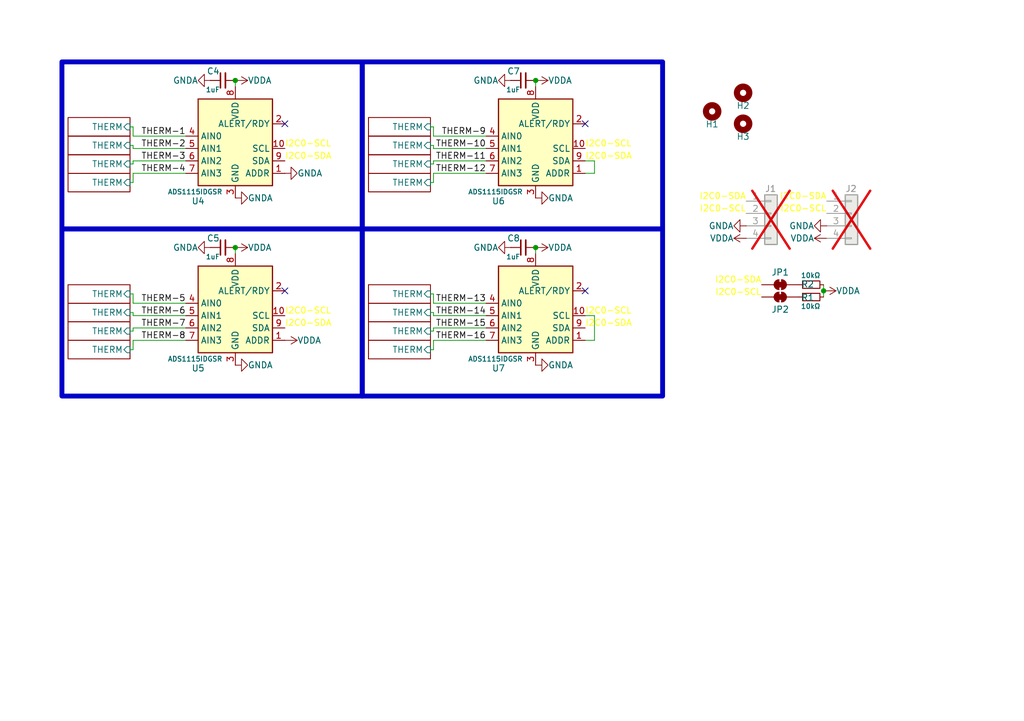
<source format=kicad_sch>
(kicad_sch (version 20231120) (generator "eeschema") (generator_version "8.0")
  (paper "A5")
  (lib_symbols
    (symbol "Analog_ADC:ADS1115IDGS"
      (property "Reference" "U" (at 2.54 13.97 0))
      (property "Value" "ADS1115IDGS" (at 7.62 11.43 0))
      (symbol "ADS1115IDGS_0_1"
        (rectangle (start -7.62 10.16) (end 7.62 -7.62) (stroke (width 0.254)) (fill (type background)))
      )
      (symbol "ADS1115IDGS_1_1"
        (pin input line (at 10.16 -5.08 180) (length 2.54) (name "ADDR") (number "1"))
        (pin input line (at 10.16 0 180) (length 2.54) (name "SCL") (number "10"))
        (pin output line (at 10.16 5.08 180) (length 2.54) (name "ALERT/RDY") (number "2"))
        (pin power_in line (at 0 -10.16 90) (length 2.54) (name "GND") (number "3"))
        (pin input line (at -10.16 2.54 0) (length 2.54) (name "AIN0") (number "4"))
        (pin input line (at -10.16 0 0) (length 2.54) (name "AIN1") (number "5"))
        (pin input line (at -10.16 -2.54 0) (length 2.54) (name "AIN2") (number "6"))
        (pin input line (at -10.16 -5.08 0) (length 2.54) (name "AIN3") (number "7"))
        (pin power_in line (at 0 12.7 270) (length 2.54) (name "VDD") (number "8"))
        (pin bidirectional line (at 10.16 -2.54 180) (length 2.54) (name "SDA") (number "9"))
      )
    )
    (symbol "Connector_Generic:Conn_01x04" (pin_names (offset 1.016) hide)
      (property "Reference" "J" (at 0 5.08 0))
      (property "Value" "Conn_01x04" (at 0 -7.62 0))
      (symbol "Conn_01x04_1_1"
        (rectangle (start -1.27 -4.953) (end 0 -5.207) (stroke (width 0.1524)))
        (rectangle (start -1.27 -2.413) (end 0 -2.667) (stroke (width 0.1524)))
        (rectangle (start -1.27 0.127) (end 0 -0.127) (stroke (width 0.1524)))
        (rectangle (start -1.27 2.667) (end 0 2.413) (stroke (width 0.1524)))
        (rectangle (start -1.27 3.81) (end 1.27 -6.35) (stroke (width 0.254)) (fill (type background)))
        (pin passive line (at -5.08 2.54 0) (length 3.81) (name "Pin_1") (number "1"))
        (pin passive line (at -5.08 0 0) (length 3.81) (name "Pin_2") (number "2"))
        (pin passive line (at -5.08 -2.54 0) (length 3.81) (name "Pin_3") (number "3"))
        (pin passive line (at -5.08 -5.08 0) (length 3.81) (name "Pin_4") (number "4"))
      )
    )
    (symbol "Device:C_Small" (pin_numbers hide) (pin_names (offset 0.254) hide)
      (property "Reference" "C" (at 0.254 1.778 0))
      (property "Value" "C_Small" (at 0.254 -2.032 0))
      (symbol "C_Small_0_1"
        (polyline (pts (xy -1.524 -0.508) (xy 1.524 -0.508)) (stroke (width 0.3302)))
        (polyline (pts (xy -1.524 0.508) (xy 1.524 0.508)) (stroke (width 0.3048)))
      )
      (symbol "C_Small_1_1"
        (pin passive line (at 0 2.54 270) (length 2.032) (name "~") (number "1"))
        (pin passive line (at 0 -2.54 90) (length 2.032) (name "~") (number "2"))
      )
    )
    (symbol "Device:R_Small" (pin_numbers hide) (pin_names (offset 0.254) hide)
      (property "Reference" "R" (at 0.762 0.508 0))
      (property "Value" "R_Small" (at 0.762 -1.016 0))
      (symbol "R_Small_0_1"
        (rectangle (start -0.762 1.778) (end 0.762 -1.778) (stroke (width 0.2032)))
      )
      (symbol "R_Small_1_1"
        (pin passive line (at 0 2.54 270) (length 0.762) (name "~") (number "1"))
        (pin passive line (at 0 -2.54 90) (length 0.762) (name "~") (number "2"))
      )
    )
    (symbol "Jumper:SolderJumper_2_Bridged" (pin_numbers hide) (pin_names (offset 0) hide) (exclude_from_sim yes) (in_bom no)
      (property "Reference" "JP" (at 0 2.032 0))
      (property "Value" "SolderJumper_2_Bridged" (at 0 -2.54 0))
      (symbol "SolderJumper_2_Bridged_0_1"
        (rectangle (start -0.508 0.508) (end 0.508 -0.508) (fill (type outline)))
        (arc (start -0.254 1.016) (mid -1.2656 0) (end -0.254 -1.016))
        (arc (start -0.254 1.016) (mid -1.2656 0) (end -0.254 -1.016) (fill (type outline)))
        (polyline (pts (xy -0.254 1.016) (xy -0.254 -1.016)))
        (polyline (pts (xy 0.254 1.016) (xy 0.254 -1.016)))
        (arc (start 0.254 -1.016) (mid 1.2656 0) (end 0.254 1.016))
        (arc (start 0.254 -1.016) (mid 1.2656 0) (end 0.254 1.016) (fill (type outline)))
      )
      (symbol "SolderJumper_2_Bridged_1_1"
        (pin passive line (at -3.81 0 0) (length 2.54) (name "A") (number "1"))
        (pin passive line (at 3.81 0 180) (length 2.54) (name "B") (number "2"))
      )
    )
    (symbol "Mechanical:MountingHole" (pin_names (offset 1.016)) (exclude_from_sim yes) (in_bom no)
      (property "Reference" "H" (at 0 5.08 0))
      (property "Value" "MountingHole" (at 0 3.175 0))
      (symbol "MountingHole_0_1"
        (circle (center 0 0) (radius 1.27) (stroke (width 1.27)))
      )
    )
    (symbol "power:GNDA" (power) (pin_numbers hide) (pin_names (offset 0) hide)
      (property "Value" "GNDA" (at 0 -3.81 0))
      (symbol "GNDA_0_1"
        (polyline (pts (xy 0 0) (xy 0 -1.27) (xy 1.27 -1.27) (xy 0 -2.54) (xy -1.27 -1.27) (xy 0 -1.27)))
      )
      (symbol "GNDA_1_1"
        (pin power_in line (at 0 0 270) (length 0) (name "~") (number "1"))
      )
    )
    (symbol "power:VDDA" (power) (pin_numbers hide) (pin_names (offset 0) hide)
      (property "Value" "VDDA" (at 0 3.556 0))
      (symbol "VDDA_0_1"
        (polyline (pts (xy -0.762 1.27) (xy 0 2.54)))
        (polyline (pts (xy 0 0) (xy 0 2.54)))
        (polyline (pts (xy 0 2.54) (xy 0.762 1.27)))
      )
      (symbol "VDDA_1_1"
        (pin power_in line (at 0 0 90) (length 0) (name "~") (number "1"))
      )
    )
  )
  (junction (at 109.855 16.51))
  (junction (at 48.26 50.8))
  (junction (at 48.26 16.51))
  (junction (at 168.91 59.69))
  (junction (at 109.855 50.8))
  (no_connect (at 58.42 25.4))
  (no_connect (at 120.015 59.69))
  (no_connect (at 58.42 59.69))
  (no_connect (at 120.015 25.4))
  (wire (pts (xy 88.9 67.945) (xy 88.265 67.945)))
  (wire (pts (xy 27.305 67.945) (xy 26.67 67.945)))
  (wire (pts (xy 88.9 64.135) (xy 88.265 64.135)))
  (wire (pts (xy 120.015 35.56) (xy 121.92 35.56)))
  (wire (pts (xy 168.91 59.69) (xy 168.91 58.42)))
  (wire (pts (xy 27.305 64.77) (xy 27.305 64.135)))
  (wire (pts (xy 27.305 69.85) (xy 27.305 71.755)))
  (wire (pts (xy 88.9 29.845) (xy 88.265 29.845)))
  (wire (pts (xy 48.26 16.51) (xy 48.26 17.78)))
  (wire (pts (xy 27.305 62.23) (xy 27.305 60.325)))
  (wire (pts (xy 27.305 33.02) (xy 38.1 33.02)))
  (wire (pts (xy 88.9 69.85) (xy 88.9 71.755)))
  (wire (pts (xy 27.305 27.94) (xy 27.305 26.035)))
  (wire (pts (xy 88.9 64.77) (xy 88.9 64.135)))
  (wire (pts (xy 168.91 60.96) (xy 168.91 59.69)))
  (wire (pts (xy 88.9 64.77) (xy 99.695 64.77)))
  (wire (pts (xy 88.9 33.02) (xy 99.695 33.02)))
  (wire (pts (xy 88.9 62.23) (xy 99.695 62.23)))
  (wire (pts (xy 27.305 67.31) (xy 27.305 67.945)))
  (wire (pts (xy 27.305 64.135) (xy 26.67 64.135)))
  (wire (pts (xy 88.9 37.465) (xy 88.265 37.465)))
  (wire (pts (xy 27.305 30.48) (xy 27.305 29.845)))
  (wire (pts (xy 109.855 50.8) (xy 109.855 52.07)))
  (wire (pts (xy 27.305 64.77) (xy 38.1 64.77)))
  (wire (pts (xy 120.015 33.02) (xy 121.92 33.02)))
  (wire (pts (xy 88.9 26.035) (xy 88.265 26.035)))
  (wire (pts (xy 109.855 16.51) (xy 109.855 17.78)))
  (wire (pts (xy 88.9 27.94) (xy 88.9 26.035)))
  (wire (pts (xy 27.305 62.23) (xy 38.1 62.23)))
  (wire (pts (xy 88.9 33.655) (xy 88.265 33.655)))
  (wire (pts (xy 27.305 35.56) (xy 27.305 37.465)))
  (wire (pts (xy 88.9 71.755) (xy 88.265 71.755)))
  (wire (pts (xy 88.9 67.31) (xy 99.695 67.31)))
  (wire (pts (xy 88.9 60.325) (xy 88.265 60.325)))
  (wire (pts (xy 27.305 35.56) (xy 38.1 35.56)))
  (wire (pts (xy 27.305 69.85) (xy 38.1 69.85)))
  (wire (pts (xy 27.305 33.655) (xy 26.67 33.655)))
  (wire (pts (xy 120.015 69.85) (xy 121.92 69.85)))
  (wire (pts (xy 27.305 27.94) (xy 38.1 27.94)))
  (wire (pts (xy 88.9 62.23) (xy 88.9 60.325)))
  (wire (pts (xy 121.92 69.85) (xy 121.92 64.77)))
  (wire (pts (xy 120.015 64.77) (xy 121.92 64.77)))
  (wire (pts (xy 27.305 37.465) (xy 26.67 37.465)))
  (wire (pts (xy 88.9 30.48) (xy 88.9 29.845)))
  (wire (pts (xy 27.305 60.325) (xy 26.67 60.325)))
  (wire (pts (xy 27.305 67.31) (xy 38.1 67.31)))
  (wire (pts (xy 88.9 35.56) (xy 99.695 35.56)))
  (wire (pts (xy 88.9 67.31) (xy 88.9 67.945)))
  (wire (pts (xy 88.9 30.48) (xy 99.695 30.48)))
  (wire (pts (xy 88.9 33.02) (xy 88.9 33.655)))
  (wire (pts (xy 27.305 30.48) (xy 38.1 30.48)))
  (wire (pts (xy 27.305 71.755) (xy 26.67 71.755)))
  (wire (pts (xy 27.305 29.845) (xy 26.67 29.845)))
  (wire (pts (xy 27.305 33.02) (xy 27.305 33.655)))
  (wire (pts (xy 88.9 27.94) (xy 99.695 27.94)))
  (wire (pts (xy 88.9 35.56) (xy 88.9 37.465)))
  (wire (pts (xy 121.92 33.02) (xy 121.92 35.56)))
  (wire (pts (xy 88.9 69.85) (xy 99.695 69.85)))
  (wire (pts (xy 48.26 50.8) (xy 48.26 52.07)))
  (wire (pts (xy 27.305 26.035) (xy 26.67 26.035)))
  (rectangle (start 12.7 46.99) (end 74.295 81.28) (stroke (width 1)))
  (rectangle (start 74.295 12.7) (end 135.89 46.99) (stroke (width 1)))
  (rectangle (start 74.295 46.99) (end 135.89 81.28) (stroke (width 1)))
  (rectangle (start 12.7 12.7) (end 74.295 46.99) (stroke (width 1)))
  (label "THERM-6" (at 38.1 64.77 180))
  (label "I2C0-SDA" (at 120.015 67.31 0))
  (label "THERM-7" (at 38.1 67.31 180))
  (label "I2C0-SDA" (at 58.42 67.31 0))
  (label "I2C0-SCL" (at 58.42 30.48 0))
  (label "THERM-8" (at 38.1 69.85 180))
  (label "I2C0-SDA" (at 153.035 41.275 180))
  (label "THERM-12" (at 99.695 35.56 180))
  (label "I2C0-SCL" (at 156.21 60.96 180))
  (label "I2C0-SCL" (at 58.42 64.77 0))
  (label "THERM-13" (at 99.695 62.23 180))
  (label "THERM-14" (at 99.695 64.77 180))
  (label "THERM-15" (at 99.695 67.31 180))
  (label "I2C0-SDA" (at 169.545 41.275 180))
  (label "I2C0-SDA" (at 156.21 58.42 180))
  (label "THERM-4" (at 38.1 35.56 180))
  (label "THERM-16" (at 99.695 69.85 180))
  (label "THERM-1" (at 38.1 27.94 180))
  (label "I2C0-SCL" (at 169.545 43.815 180))
  (label "I2C0-SDA" (at 120.015 33.02 0))
  (label "THERM-9" (at 99.695 27.94 180))
  (label "THERM-2" (at 38.1 30.48 180))
  (label "I2C0-SCL" (at 120.015 30.48 0))
  (label "THERM-3" (at 38.1 33.02 180))
  (label "THERM-10" (at 99.695 30.48 180))
  (label "I2C0-SCL" (at 120.015 64.77 0))
  (label "THERM-11" (at 99.695 33.02 180))
  (label "I2C0-SCL" (at 153.035 43.815 180))
  (label "THERM-5" (at 38.1 62.23 180))
  (label "I2C0-SDA" (at 58.42 33.02 0))
  (symbol (lib_id "power:GNDA") (at 48.26 40.64 90) (unit 1)
    (property "Reference" "#PWR041" (effects (hide yes)))
    (property "Value" "GNDA" (at 50.8 40.64 90) (effects (justify right)))
    (property "Description" "Power symbol creates a global label with name \"GNDA\" , analog ground" (effects (hide yes)))
  )
  (symbol (lib_id "power:VDDA") (at 109.855 16.51 270) (unit 1)
    (property "Reference" "#PWR052" (effects (hide yes)))
    (property "Value" "VDDA" (at 112.395 16.51 90) (effects (justify left)))
    (property "Description" "Power symbol creates a global label with name \"VDDA\"" (effects (hide yes)))
  )
  (symbol (lib_id "power:GNDA") (at 109.855 40.64 90) (unit 1)
    (property "Reference" "#PWR054" (effects (hide yes)))
    (property "Value" "GNDA" (at 112.395 40.64 90) (effects (justify right)))
    (property "Description" "Power symbol creates a global label with name \"GNDA\" , analog ground" (effects (hide yes)))
  )
  (symbol (lib_id "Device:C_Small") (at 107.315 50.8 90) (unit 1)
    (property "Reference" "C8" (at 106.68 48.895 90) (effects (justify left)))
    (property "Value" "1uF" (at 106.68 52.705 90) (effects (font (size 1 1)) (justify left)))
    (property "Footprint" "Capacitor_SMD:C_0603_1608Metric" (effects (hide yes)))
    (property "Description" "X5R 16v MLCC" (effects (hide yes)))
    (property "LCSC" "C15849" (effects (hide yes)))
  )
  (symbol (lib_id "Connector_Generic:Conn_01x04") (at 158.115 43.815 0) (unit 1) (dnp yes)
    (property "Reference" "J1" (at 156.845 38.735 0) (effects (justify left)))
    (property "Value" "Conn_01x04" (effects (hide yes)))
    (property "Footprint" "Connector_JST:JST_XH_B4B-XH-A_1x04_P2.50mm_Vertical" (effects (hide yes)))
    (property "Description" "Generic connector, single row, 01x04, script generated (kicad-library-utils/schlib/autogen/connector/)" (effects (hide yes)))
    (property "LCSC" "C144395" (effects (hide yes)))
  )
  (symbol (lib_id "power:VDDA") (at 153.035 48.895 90) (unit 1)
    (property "Reference" "#PWR01" (effects (hide yes)))
    (property "Value" "VDDA" (at 150.495 48.895 90) (effects (justify left)))
    (property "Description" "Power symbol creates a global label with name \"VDDA\"" (effects (hide yes)))
  )
  (symbol (lib_id "Jumper:SolderJumper_2_Bridged") (at 160.02 58.42 0) (mirror y) (unit 1) (exclude_from_sim yes) (in_bom no)
    (property "Reference" "JP1" (at 160.02 55.88 0))
    (property "Value" "SolderJumper_2_Bridged" (effects (hide yes)))
    (property "Footprint" "Jumper:SolderJumper-2_P1.3mm_Bridged_RoundedPad1.0x1.5mm" (effects (hide yes)))
    (property "Description" "Solder Jumper, 2-pole, closed/bridged" (effects (hide yes)))
    (property "LCSC" "N/A" (effects (hide yes)))
  )
  (symbol (lib_id "power:GNDA") (at 48.26 74.93 90) (unit 1)
    (property "Reference" "#PWR028" (effects (hide yes)))
    (property "Value" "GNDA" (at 50.8 74.93 90) (effects (justify right)))
    (property "Description" "Power symbol creates a global label with name \"GNDA\" , analog ground" (effects (hide yes)))
  )
  (symbol (lib_id "power:GNDA") (at 43.18 16.51 270) (unit 1)
    (property "Reference" "#PWR039" (effects (hide yes)))
    (property "Value" "GNDA" (at 40.64 16.51 90) (effects (justify right)))
    (property "Description" "Power symbol creates a global label with name \"GNDA\" , analog ground" (effects (hide yes)))
  )
  (symbol (lib_id "power:GNDA") (at 104.775 50.8 270) (unit 1)
    (property "Reference" "#PWR09" (effects (hide yes)))
    (property "Value" "GNDA" (at 102.235 50.8 90) (effects (justify right)))
    (property "Description" "Power symbol creates a global label with name \"GNDA\" , analog ground" (effects (hide yes)))
  )
  (symbol (lib_id "power:GNDA") (at 58.42 35.56 90) (unit 1)
    (property "Reference" "#PWR053" (effects (hide yes)))
    (property "Value" "GNDA" (at 60.96 35.56 90) (effects (justify right)))
    (property "Description" "Power symbol creates a global label with name \"GNDA\" , analog ground" (effects (hide yes)))
  )
  (symbol (lib_id "Jumper:SolderJumper_2_Bridged") (at 160.02 60.96 180) (unit 1) (exclude_from_sim yes) (in_bom no)
    (property "Reference" "JP2" (at 160.02 63.5 0))
    (property "Value" "SolderJumper_2_Bridged" (effects (hide yes)))
    (property "Footprint" "Jumper:SolderJumper-2_P1.3mm_Bridged_RoundedPad1.0x1.5mm" (effects (hide yes)))
    (property "Description" "Solder Jumper, 2-pole, closed/bridged" (effects (hide yes)))
    (property "LCSC" "N/A" (effects (hide yes)))
  )
  (symbol (lib_id "power:GNDA") (at 109.855 74.93 90) (unit 1)
    (property "Reference" "#PWR010" (effects (hide yes)))
    (property "Value" "GNDA" (at 112.395 74.93 90) (effects (justify right)))
    (property "Description" "Power symbol creates a global label with name \"GNDA\" , analog ground" (effects (hide yes)))
  )
  (symbol (lib_id "Mechanical:MountingHole") (at 152.4 19.05 0) (unit 1) (exclude_from_sim yes) (in_bom no)
    (property "Reference" "H2" (at 152.4 20.955 0) (effects (justify top)))
    (property "Value" "MountingHole" (effects (hide yes)))
    (property "Footprint" "CustomFootprints:M3 Mounting Hole ~ Classic" (effects (hide yes)))
    (property "Description" "Mounting Hole without connection" (effects (hide yes)))
    (property "LCSC" "N/A" (effects (hide yes)))
  )
  (symbol (lib_id "power:VDDA") (at 58.42 69.85 270) (unit 1)
    (property "Reference" "#PWR063" (effects (hide yes)))
    (property "Value" "VDDA" (at 60.96 69.85 90) (effects (justify left)))
    (property "Description" "Power symbol creates a global label with name \"VDDA\"" (effects (hide yes)))
  )
  (symbol (lib_id "power:VDDA") (at 168.91 59.69 270) (unit 1)
    (property "Reference" "#PWR042" (effects (hide yes)))
    (property "Value" "VDDA" (at 171.45 59.69 90) (effects (justify left)))
    (property "Description" "Power symbol creates a global label with name \"VDDA\"" (effects (hide yes)))
  )
  (symbol (lib_id "power:VDDA") (at 48.26 50.8 270) (unit 1)
    (property "Reference" "#PWR026" (effects (hide yes)))
    (property "Value" "VDDA" (at 50.8 50.8 90) (effects (justify left)))
    (property "Description" "Power symbol creates a global label with name \"VDDA\"" (effects (hide yes)))
  )
  (symbol (lib_id "Connector_Generic:Conn_01x04") (at 174.625 43.815 0) (unit 1) (dnp yes)
    (property "Reference" "J2" (at 173.355 38.735 0) (effects (justify left)))
    (property "Value" "Conn_01x04" (effects (hide yes)))
    (property "Footprint" "Connector_JST:JST_XH_B4B-XH-A_1x04_P2.50mm_Vertical" (effects (hide yes)))
    (property "Description" "Generic connector, single row, 01x04, script generated (kicad-library-utils/schlib/autogen/connector/)" (effects (hide yes)))
    (property "LCSC" "C144395" (effects (hide yes)))
  )
  (symbol (lib_id "power:GNDA") (at 153.035 46.355 270) (unit 1)
    (property "Reference" "#PWR02" (effects (hide yes)))
    (property "Value" "GNDA" (at 150.495 46.355 90) (effects (justify right)))
    (property "Description" "Power symbol creates a global label with name \"GNDA\" , analog ground" (effects (hide yes)))
  )
  (symbol (lib_id "Analog_ADC:ADS1115IDGS") (at 48.26 64.77 0) (unit 1)
    (property "Reference" "U5" (at 40.64 75.565 0))
    (property "Value" "ADS1115IDGSR" (at 40.005 73.66 0) (effects (font (size 1 1))))
    (property "Footprint" "PCM_Package_SO_AKL:VSSOP-10_3x3mm_P0.5mm" (effects (hide yes)))
    (property "Datasheet" "http://www.ti.com/lit/ds/symlink/ads1113.pdf" (effects (hide yes)))
    (property "Description" "Ultra-Small, Low-Power, I2C-Compatible, 860-SPS, 16-Bit ADCs With Internal Reference, Oscillator, and Programmable Comparator, VSSOP-10" (effects (hide yes)))
    (property "LCSC" "C37593" (effects (hide yes)))
  )
  (symbol (lib_id "Mechanical:MountingHole") (at 152.4 25.4 0) (unit 1) (exclude_from_sim yes) (in_bom no)
    (property "Reference" "H3" (at 152.4 27.305 0) (effects (justify top)))
    (property "Value" "MountingHole" (effects (hide yes)))
    (property "Footprint" "CustomFootprints:M3 Mounting Hole ~ Classic" (effects (hide yes)))
    (property "Description" "Mounting Hole without connection" (effects (hide yes)))
    (property "LCSC" "N/A" (effects (hide yes)))
  )
  (symbol (lib_id "Analog_ADC:ADS1115IDGS") (at 109.855 30.48 0) (unit 1)
    (property "Reference" "U6" (at 102.235 41.275 0))
    (property "Value" "ADS1115IDGSR" (at 101.6 39.37 0) (effects (font (size 1 1))))
    (property "Footprint" "PCM_Package_SO_AKL:VSSOP-10_3x3mm_P0.5mm" (effects (hide yes)))
    (property "Datasheet" "http://www.ti.com/lit/ds/symlink/ads1113.pdf" (effects (hide yes)))
    (property "Description" "Ultra-Small, Low-Power, I2C-Compatible, 860-SPS, 16-Bit ADCs With Internal Reference, Oscillator, and Programmable Comparator, VSSOP-10" (effects (hide yes)))
    (property "LCSC" "C37593" (effects (hide yes)))
  )
  (symbol (lib_id "Analog_ADC:ADS1115IDGS") (at 109.855 64.77 0) (unit 1)
    (property "Reference" "U7" (at 102.235 75.565 0))
    (property "Value" "ADS1115IDGSR" (at 101.6 73.66 0) (effects (font (size 1 1))))
    (property "Footprint" "PCM_Package_SO_AKL:VSSOP-10_3x3mm_P0.5mm" (effects (hide yes)))
    (property "Datasheet" "http://www.ti.com/lit/ds/symlink/ads1113.pdf" (effects (hide yes)))
    (property "Description" "Ultra-Small, Low-Power, I2C-Compatible, 860-SPS, 16-Bit ADCs With Internal Reference, Oscillator, and Programmable Comparator, VSSOP-10" (effects (hide yes)))
    (property "LCSC" "C37593" (effects (hide yes)))
  )
  (symbol (lib_id "power:VDDA") (at 169.545 48.895 90) (unit 1)
    (property "Reference" "#PWR04" (effects (hide yes)))
    (property "Value" "VDDA" (at 167.005 48.895 90) (effects (justify left)))
    (property "Description" "Power symbol creates a global label with name \"VDDA\"" (effects (hide yes)))
  )
  (symbol (lib_id "power:GNDA") (at 43.18 50.8 270) (unit 1)
    (property "Reference" "#PWR013" (effects (hide yes)))
    (property "Value" "GNDA" (at 40.64 50.8 90) (effects (justify right)))
    (property "Description" "Power symbol creates a global label with name \"GNDA\" , analog ground" (effects (hide yes)))
  )
  (symbol (lib_id "power:GNDA") (at 104.775 16.51 270) (unit 1)
    (property "Reference" "#PWR051" (effects (hide yes)))
    (property "Value" "GNDA" (at 102.235 16.51 90) (effects (justify right)))
    (property "Description" "Power symbol creates a global label with name \"GNDA\" , analog ground" (effects (hide yes)))
  )
  (symbol (lib_id "Device:R_Small") (at 166.37 60.96 270) (mirror x) (unit 1)
    (property "Reference" "R1" (at 167.005 60.325 90) (effects (justify right bottom)))
    (property "Value" "10kΩ" (at 168.275 62.865 90) (effects (font (size 1 1)) (justify right)))
    (property "Footprint" "Resistor_SMD:R_0603_1608Metric_Pad0.98x0.95mm_HandSolder" (effects (hide yes)))
    (property "Description" "Resistor, small symbol" (effects (hide yes)))
    (property "LCSC" "C25804" (effects (hide yes)))
  )
  (symbol (lib_id "Device:C_Small") (at 45.72 50.8 90) (unit 1)
    (property "Reference" "C5" (at 45.085 48.895 90) (effects (justify left)))
    (property "Value" "1uF" (at 45.085 52.705 90) (effects (font (size 1 1)) (justify left)))
    (property "Footprint" "Capacitor_SMD:C_0603_1608Metric" (effects (hide yes)))
    (property "Description" "X5R 16v MLCC" (effects (hide yes)))
    (property "LCSC" "C15849" (effects (hide yes)))
  )
  (symbol (lib_id "Device:C_Small") (at 107.315 16.51 90) (unit 1)
    (property "Reference" "C7" (at 106.68 14.605 90) (effects (justify left)))
    (property "Value" "1uF" (at 106.68 18.415 90) (effects (font (size 1 1)) (justify left)))
    (property "Footprint" "Capacitor_SMD:C_0603_1608Metric" (effects (hide yes)))
    (property "Description" "X5R 16v MLCC" (effects (hide yes)))
    (property "LCSC" "C15849" (effects (hide yes)))
  )
  (symbol (lib_id "power:VDDA") (at 48.26 16.51 270) (unit 1)
    (property "Reference" "#PWR040" (effects (hide yes)))
    (property "Value" "VDDA" (at 50.8 16.51 90) (effects (justify left)))
    (property "Description" "Power symbol creates a global label with name \"VDDA\"" (effects (hide yes)))
  )
  (symbol (lib_id "Device:R_Small") (at 166.37 58.42 270) (unit 1)
    (property "Reference" "R2" (at 167.005 59.055 90) (effects (justify right bottom)))
    (property "Value" "10kΩ" (at 168.275 56.515 90) (effects (font (size 1 1)) (justify right)))
    (property "Footprint" "Resistor_SMD:R_0603_1608Metric_Pad0.98x0.95mm_HandSolder" (effects (hide yes)))
    (property "Description" "Resistor, small symbol" (effects (hide yes)))
    (property "LCSC" "C25804" (effects (hide yes)))
  )
  (symbol (lib_id "power:VDDA") (at 109.855 50.8 270) (unit 1)
    (property "Reference" "#PWR011" (effects (hide yes)))
    (property "Value" "VDDA" (at 112.395 50.8 90) (effects (justify left)))
    (property "Description" "Power symbol creates a global label with name \"VDDA\"" (effects (hide yes)))
  )
  (symbol (lib_id "power:GNDA") (at 169.545 46.355 270) (unit 1)
    (property "Reference" "#PWR03" (effects (hide yes)))
    (property "Value" "GNDA" (at 167.005 46.355 90) (effects (justify right)))
    (property "Description" "Power symbol creates a global label with name \"GNDA\" , analog ground" (effects (hide yes)))
  )
  (symbol (lib_id "Mechanical:MountingHole") (at 146.05 22.86 0) (unit 1) (exclude_from_sim yes) (in_bom no)
    (property "Reference" "H1" (at 146.05 24.765 0) (effects (justify top)))
    (property "Value" "MountingHole" (effects (hide yes)))
    (property "Footprint" "CustomFootprints:M3 Mounting Hole ~ Classic" (effects (hide yes)))
    (property "Description" "Mounting Hole without connection" (effects (hide yes)))
    (property "LCSC" "N/A" (effects (hide yes)))
  )
  (symbol (lib_id "Device:C_Small") (at 45.72 16.51 90) (unit 1)
    (property "Reference" "C4" (at 45.085 14.605 90) (effects (justify left)))
    (property "Value" "1uF" (at 45.085 18.415 90) (effects (font (size 1 1)) (justify left)))
    (property "Footprint" "Capacitor_SMD:C_0603_1608Metric" (effects (hide yes)))
    (property "Description" "X5R 16v MLCC" (effects (hide yes)))
    (property "LCSC" "C15849" (effects (hide yes)))
  )
  (symbol (lib_id "Analog_ADC:ADS1115IDGS") (at 48.26 30.48 0) (unit 1)
    (property "Reference" "U4" (at 40.64 41.275 0))
    (property "Value" "ADS1115IDGSR" (at 40.005 39.37 0) (effects (font (size 1 1))))
    (property "Footprint" "PCM_Package_SO_AKL:VSSOP-10_3x3mm_P0.5mm" (effects (hide yes)))
    (property "Datasheet" "http://www.ti.com/lit/ds/symlink/ads1113.pdf" (effects (hide yes)))
    (property "Description" "Ultra-Small, Low-Power, I2C-Compatible, 860-SPS, 16-Bit ADCs With Internal Reference, Oscillator, and Programmable Comparator, VSSOP-10" (effects (hide yes)))
    (property "LCSC" "C37593" (effects (hide yes)))
  )
  (sheet (at 75.565 24.13) (size 12.7 3.81) (stroke (width 0.1524))
    (property "Sheetname" "Thermistor8" (effects (hide yes)))
    (property "Sheetfile" "Thermistor.kicad_sch" (effects (hide yes)))
    (pin "THERM" input (at 88.265 26.035 0))
  )
  (sheet (at 75.565 31.75) (size 12.7 3.81) (stroke (width 0.1524))
    (property "Sheetname" "Thermistor10" (effects (hide yes)))
    (property "Sheetfile" "Thermistor.kicad_sch" (effects (hide yes)))
    (pin "THERM" input (at 88.265 33.655 0))
  )
  (sheet (at 13.97 31.75) (size 12.7 3.81) (stroke (width 0.1524))
    (property "Sheetname" "Thermistor2" (effects (hide yes)))
    (property "Sheetfile" "Thermistor.kicad_sch" (effects (hide yes)))
    (pin "THERM" input (at 26.67 33.655 0))
  )
  (sheet (at 75.565 35.56) (size 12.7 3.81) (stroke (width 0.1524))
    (property "Sheetname" "Thermistor11" (effects (hide yes)))
    (property "Sheetfile" "Thermistor.kicad_sch" (effects (hide yes)))
    (pin "THERM" input (at 88.265 37.465 0))
  )
  (sheet (at 75.565 69.85) (size 12.7 3.81) (stroke (width 0.1524))
    (property "Sheetname" "Thermistor15" (effects (hide yes)))
    (property "Sheetfile" "Thermistor.kicad_sch" (effects (hide yes)))
    (pin "THERM" input (at 88.265 71.755 0))
  )
  (sheet (at 75.565 66.04) (size 12.7 3.81) (stroke (width 0.1524))
    (property "Sheetname" "Thermistor14" (effects (hide yes)))
    (property "Sheetfile" "Thermistor.kicad_sch" (effects (hide yes)))
    (pin "THERM" input (at 88.265 67.945 0))
  )
  (sheet (at 75.565 58.42) (size 12.7 3.81) (stroke (width 0.1524))
    (property "Sheetname" "Thermistor12" (effects (hide yes)))
    (property "Sheetfile" "Thermistor.kicad_sch" (effects (hide yes)))
    (pin "THERM" input (at 88.265 60.325 0))
  )
  (sheet (at 13.97 66.04) (size 12.7 3.81) (stroke (width 0.1524))
    (property "Sheetname" "Thermistor6" (effects (hide yes)))
    (property "Sheetfile" "Thermistor.kicad_sch" (effects (hide yes)))
    (pin "THERM" input (at 26.67 67.945 0))
  )
  (sheet (at 13.97 62.23) (size 12.7 3.81) (stroke (width 0.1524))
    (property "Sheetname" "Thermistor5" (effects (hide yes)))
    (property "Sheetfile" "Thermistor.kicad_sch" (effects (hide yes)))
    (pin "THERM" input (at 26.67 64.135 0))
  )
  (sheet (at 13.97 27.94) (size 12.7 3.81) (stroke (width 0.1524))
    (property "Sheetname" "Thermistor1" (effects (hide yes)))
    (property "Sheetfile" "Thermistor.kicad_sch" (effects (hide yes)))
    (pin "THERM" input (at 26.67 29.845 0))
  )
  (sheet (at 75.565 27.94) (size 12.7 3.81) (stroke (width 0.1524))
    (property "Sheetname" "Thermistor9" (effects (hide yes)))
    (property "Sheetfile" "Thermistor.kicad_sch" (effects (hide yes)))
    (pin "THERM" input (at 88.265 29.845 0))
  )
  (sheet (at 75.565 62.23) (size 12.7 3.81) (stroke (width 0.1524))
    (property "Sheetname" "Thermistor13" (effects (hide yes)))
    (property "Sheetfile" "Thermistor.kicad_sch" (effects (hide yes)))
    (pin "THERM" input (at 88.265 64.135 0))
  )
  (sheet (at 13.97 58.42) (size 12.7 3.81) (stroke (width 0.1524))
    (property "Sheetname" "Thermistor4" (effects (hide yes)))
    (property "Sheetfile" "Thermistor.kicad_sch" (effects (hide yes)))
    (pin "THERM" input (at 26.67 60.325 0))
  )
  (sheet (at 13.97 35.56) (size 12.7 3.81) (stroke (width 0.1524))
    (property "Sheetname" "Thermistor3" (effects (hide yes)))
    (property "Sheetfile" "Thermistor.kicad_sch" (effects (hide yes)))
    (pin "THERM" input (at 26.67 37.465 0))
  )
  (sheet (at 13.97 24.13) (size 12.7 3.81) (stroke (width 0.1524))
    (property "Sheetname" "Thermistor" (effects (hide yes)))
    (property "Sheetfile" "Thermistor.kicad_sch" (effects (hide yes)))
    (pin "THERM" input (at 26.67 26.035 0))
  )
  (sheet (at 13.97 69.85) (size 12.7 3.81) (stroke (width 0.1524))
    (property "Sheetname" "Thermistor7" (effects (hide yes)))
    (property "Sheetfile" "Thermistor.kicad_sch" (effects (hide yes)))
    (pin "THERM" input (at 26.67 71.755 0))
  )
)
</source>
